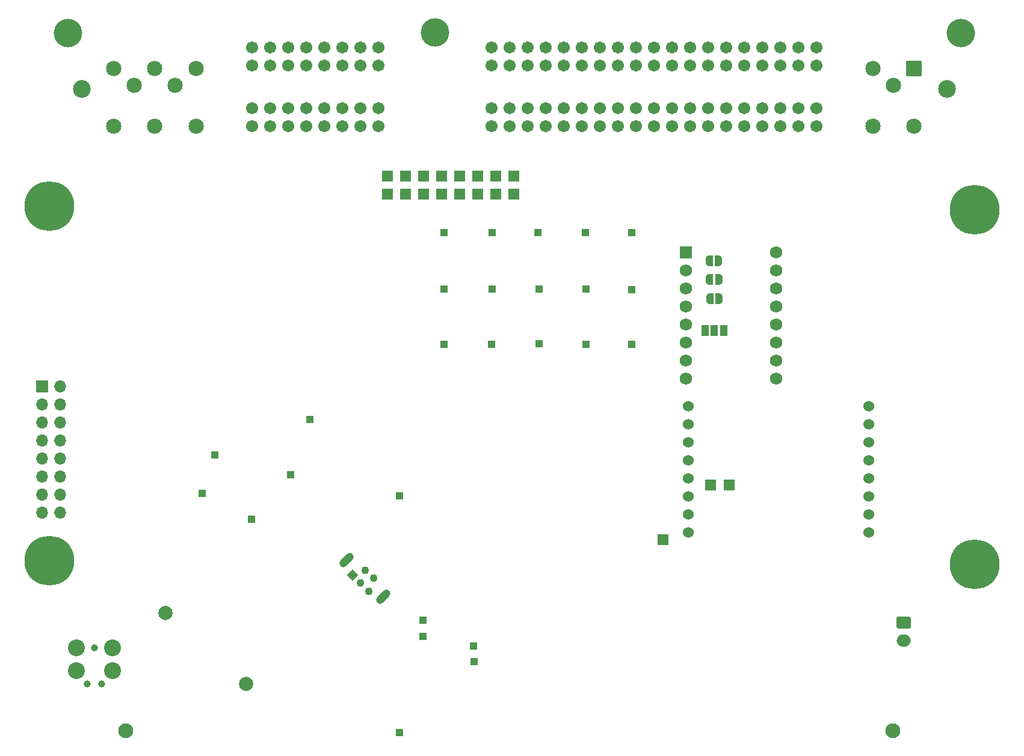
<source format=gbr>
%TF.GenerationSoftware,KiCad,Pcbnew,7.99.0-1.20231110gitd41f4ec.fc38*%
%TF.CreationDate,2023-11-11T23:50:43-03:00*%
%TF.ProjectId,OpenEFI_rev4,4f70656e-4546-4495-9f72-6576342e6b69,v4*%
%TF.SameCoordinates,Original*%
%TF.FileFunction,Soldermask,Bot*%
%TF.FilePolarity,Negative*%
%FSLAX46Y46*%
G04 Gerber Fmt 4.6, Leading zero omitted, Abs format (unit mm)*
G04 Created by KiCad (PCBNEW 7.99.0-1.20231110gitd41f4ec.fc38) date 2023-11-11 23:50:43*
%MOMM*%
%LPD*%
G01*
G04 APERTURE LIST*
G04 Aperture macros list*
%AMRoundRect*
0 Rectangle with rounded corners*
0 $1 Rounding radius*
0 $2 $3 $4 $5 $6 $7 $8 $9 X,Y pos of 4 corners*
0 Add a 4 corners polygon primitive as box body*
4,1,4,$2,$3,$4,$5,$6,$7,$8,$9,$2,$3,0*
0 Add four circle primitives for the rounded corners*
1,1,$1+$1,$2,$3*
1,1,$1+$1,$4,$5*
1,1,$1+$1,$6,$7*
1,1,$1+$1,$8,$9*
0 Add four rect primitives between the rounded corners*
20,1,$1+$1,$2,$3,$4,$5,0*
20,1,$1+$1,$4,$5,$6,$7,0*
20,1,$1+$1,$6,$7,$8,$9,0*
20,1,$1+$1,$8,$9,$2,$3,0*%
%AMHorizOval*
0 Thick line with rounded ends*
0 $1 width*
0 $2 $3 position (X,Y) of the first rounded end (center of the circle)*
0 $4 $5 position (X,Y) of the second rounded end (center of the circle)*
0 Add line between two ends*
20,1,$1,$2,$3,$4,$5,0*
0 Add two circle primitives to create the rounded ends*
1,1,$1,$2,$3*
1,1,$1,$4,$5*%
%AMRotRect*
0 Rectangle, with rotation*
0 The origin of the aperture is its center*
0 $1 length*
0 $2 width*
0 $3 Rotation angle, in degrees counterclockwise*
0 Add horizontal line*
21,1,$1,$2,0,0,$3*%
%AMFreePoly0*
4,1,19,0.500000,-0.750000,0.000000,-0.750000,0.000000,-0.744911,-0.071157,-0.744911,-0.207708,-0.704816,-0.327430,-0.627875,-0.420627,-0.520320,-0.479746,-0.390866,-0.500000,-0.250000,-0.500000,0.250000,-0.479746,0.390866,-0.420627,0.520320,-0.327430,0.627875,-0.207708,0.704816,-0.071157,0.744911,0.000000,0.744911,0.000000,0.750000,0.500000,0.750000,0.500000,-0.750000,0.500000,-0.750000,
$1*%
%AMFreePoly1*
4,1,19,0.000000,0.744911,0.071157,0.744911,0.207708,0.704816,0.327430,0.627875,0.420627,0.520320,0.479746,0.390866,0.500000,0.250000,0.500000,-0.250000,0.479746,-0.390866,0.420627,-0.520320,0.327430,-0.627875,0.207708,-0.704816,0.071157,-0.744911,0.000000,-0.744911,0.000000,-0.750000,-0.500000,-0.750000,-0.500000,0.750000,0.000000,0.750000,0.000000,0.744911,0.000000,0.744911,
$1*%
G04 Aperture macros list end*
%ADD10R,1.700000X1.700000*%
%ADD11O,1.700000X1.700000*%
%ADD12C,0.800000*%
%ADD13C,7.000000*%
%ADD14R,1.500000X1.500000*%
%ADD15R,1.000000X1.000000*%
%ADD16C,2.100000*%
%ADD17C,4.000000*%
%ADD18C,2.500000*%
%ADD19RoundRect,0.102000X0.975000X0.975000X-0.975000X0.975000X-0.975000X-0.975000X0.975000X-0.975000X0*%
%ADD20C,2.154000*%
%ADD21C,1.712000*%
%ADD22RotRect,1.100000X1.100000X315.000000*%
%ADD23C,1.100000*%
%ADD24HorizOval,1.100000X-0.459619X-0.459619X0.459619X0.459619X0*%
%ADD25RoundRect,0.250000X-0.750000X0.600000X-0.750000X-0.600000X0.750000X-0.600000X0.750000X0.600000X0*%
%ADD26O,2.000000X1.700000*%
%ADD27C,1.524000*%
%ADD28RoundRect,0.102000X-0.765000X-0.765000X0.765000X-0.765000X0.765000X0.765000X-0.765000X0.765000X0*%
%ADD29C,1.734000*%
%ADD30C,2.374900*%
%ADD31C,0.990600*%
%ADD32FreePoly0,180.000000*%
%ADD33FreePoly1,180.000000*%
%ADD34C,2.000000*%
%ADD35R,1.000000X1.500000*%
G04 APERTURE END LIST*
D10*
%TO.C,J4*%
X16499050Y64679800D03*
D11*
X19039050Y64679800D03*
X16499050Y62139800D03*
X19039050Y62139800D03*
X16499050Y59599800D03*
X19039050Y59599800D03*
X16499050Y57059800D03*
X19039050Y57059800D03*
X16499050Y54519800D03*
X19039050Y54519800D03*
X16499050Y51979800D03*
X19039050Y51979800D03*
X16499050Y49439800D03*
X19039050Y49439800D03*
X16499050Y46899800D03*
X19039050Y46899800D03*
%TD*%
D12*
%TO.C,H3*%
X145132650Y39564800D03*
X145901495Y41420955D03*
X145901495Y37708645D03*
X147757650Y42189800D03*
D13*
X147757650Y39564800D03*
D12*
X147757650Y36939800D03*
X149613805Y41420955D03*
X149613805Y37708645D03*
X150382650Y39564800D03*
%TD*%
D14*
%TO.C,TP33*%
X80308850Y94311200D03*
%TD*%
%TO.C,TP27*%
X72688850Y94311200D03*
%TD*%
%TO.C,TP69*%
X70146950Y91768800D03*
%TD*%
%TO.C,TP73*%
X80306950Y91768800D03*
%TD*%
D15*
%TO.C,TP20*%
X86419350Y70626200D03*
%TD*%
D14*
%TO.C,TP24*%
X67608850Y94311200D03*
%TD*%
D16*
%TO.C,H5*%
X28257650Y16164800D03*
%TD*%
D15*
%TO.C,TP18*%
X79815350Y78322400D03*
%TD*%
D17*
%TO.C,J6*%
X145801750Y114398400D03*
D18*
X143851750Y106598400D03*
D17*
X71751750Y114548400D03*
D18*
X22051750Y106598400D03*
D17*
X20101750Y114398400D03*
D19*
X139201750Y109398400D03*
D20*
X133401750Y109398400D03*
X136301750Y107068400D03*
X139201750Y101268400D03*
X133401750Y101268400D03*
D21*
X79771750Y101268400D03*
X82311750Y101268400D03*
X84851750Y101268400D03*
X87391750Y101268400D03*
X89931750Y101268400D03*
X92471750Y101268400D03*
X95011750Y101268400D03*
X97551750Y101268400D03*
X100091750Y101268400D03*
X102631750Y101268400D03*
X105171750Y101268400D03*
X107711750Y101268400D03*
X110251750Y101268400D03*
X112791750Y101268400D03*
X115331750Y101268400D03*
X117871750Y101268400D03*
X120411750Y101268400D03*
X122951750Y101268400D03*
X125491750Y101268400D03*
X79771750Y103808400D03*
X82311750Y103808400D03*
X84851750Y103808400D03*
X87391750Y103808400D03*
X89931750Y103808400D03*
X92471750Y103808400D03*
X95011750Y103808400D03*
X97551750Y103808400D03*
X100091750Y103808400D03*
X102631750Y103808400D03*
X105171750Y103808400D03*
X107711750Y103808400D03*
X110251750Y103808400D03*
X112791750Y103808400D03*
X115331750Y103808400D03*
X117871750Y103808400D03*
X120411750Y103808400D03*
X122951750Y103808400D03*
X125491750Y103808400D03*
X79771750Y109858400D03*
X82311750Y109858400D03*
X84851750Y109858400D03*
X87391750Y109858400D03*
X89931750Y109858400D03*
X92471750Y109858400D03*
X95011750Y109858400D03*
X97551750Y109858400D03*
X100091750Y109858400D03*
X102631750Y109858400D03*
X105171750Y109858400D03*
X107711750Y109858400D03*
X110251750Y109858400D03*
X112791750Y109858400D03*
X115331750Y109858400D03*
X117871750Y109858400D03*
X120411750Y109858400D03*
X122951750Y109858400D03*
X125491750Y109858400D03*
X79771750Y112398400D03*
X82311750Y112398400D03*
X84851750Y112398400D03*
X87391750Y112398400D03*
X89931750Y112398400D03*
X92471750Y112398400D03*
X95011750Y112398400D03*
X97551750Y112398400D03*
X100091750Y112398400D03*
X102631750Y112398400D03*
X105171750Y112398400D03*
X107711750Y112398400D03*
X110251750Y112398400D03*
X112791750Y112398400D03*
X115331750Y112398400D03*
X117871750Y112398400D03*
X120411750Y112398400D03*
X122951750Y112398400D03*
X125491750Y112398400D03*
X63831750Y112398400D03*
X61291750Y112398400D03*
X58751750Y112398400D03*
X56211750Y112398400D03*
X53671750Y112398400D03*
X51131750Y112398400D03*
X48591750Y112398400D03*
X46051750Y112398400D03*
X63831750Y109858400D03*
X61291750Y109858400D03*
X58751750Y109858400D03*
X56211750Y109858400D03*
X53671750Y109858400D03*
X51131750Y109858400D03*
X48591750Y109858400D03*
X46051750Y109858400D03*
X63831750Y103808400D03*
X61291750Y103808400D03*
X58751750Y103808400D03*
X56211750Y103808400D03*
X53671750Y103808400D03*
X51131750Y103808400D03*
X48591750Y103808400D03*
X46051750Y103808400D03*
X63831750Y101268400D03*
X61291750Y101268400D03*
X58751750Y101268400D03*
X56211750Y101268400D03*
X53671750Y101268400D03*
X51131750Y101268400D03*
X48591750Y101268400D03*
X46051750Y101268400D03*
D20*
X38151750Y109398400D03*
X32351750Y109398400D03*
X26551750Y109398400D03*
X35251750Y107068400D03*
X29451750Y107068400D03*
X38151750Y101268400D03*
X32351750Y101268400D03*
X26551750Y101268400D03*
%TD*%
D22*
%TO.C,J1*%
X60192050Y38075600D03*
D23*
X61995172Y38747351D03*
X61323421Y36944229D03*
X63126543Y37615981D03*
X62454792Y35812858D03*
D24*
X59361200Y40143887D03*
X64523079Y34982008D03*
%TD*%
D14*
%TO.C,TP70*%
X72686950Y91768800D03*
%TD*%
D15*
%TO.C,TP21*%
X86419350Y78322400D03*
%TD*%
D14*
%TO.C,TP71*%
X75226950Y91768800D03*
%TD*%
%TO.C,TP68*%
X67606950Y91768800D03*
%TD*%
D15*
%TO.C,TP38*%
X99500350Y70575400D03*
%TD*%
%TO.C,TP13*%
X92921750Y86323400D03*
%TD*%
%TO.C,TP17*%
X73058950Y78347800D03*
%TD*%
D14*
%TO.C,TP36*%
X110585650Y50775600D03*
%TD*%
%TO.C,TP34*%
X82848850Y94311200D03*
%TD*%
D15*
%TO.C,TP12*%
X86292350Y86323400D03*
%TD*%
D25*
%TO.C,BT1*%
X137758850Y31350000D03*
D26*
X137758850Y28850000D03*
%TD*%
D15*
%TO.C,TP11*%
X79815350Y86323400D03*
%TD*%
D12*
%TO.C,H1*%
X14882650Y40064800D03*
X15651495Y41920955D03*
X15651495Y38208645D03*
X17507650Y42689800D03*
D13*
X17507650Y40064800D03*
D12*
X17507650Y37439800D03*
X19363805Y41920955D03*
X19363805Y38208645D03*
X20132650Y40064800D03*
%TD*%
D14*
%TO.C,TP26*%
X70148850Y94311200D03*
%TD*%
D12*
%TO.C,H2*%
X145132650Y89564800D03*
X145901495Y91420955D03*
X145901495Y87708645D03*
X147757650Y92189800D03*
D13*
X147757650Y89564800D03*
D12*
X147757650Y86939800D03*
X149613805Y91420955D03*
X149613805Y87708645D03*
X150382650Y89564800D03*
%TD*%
D15*
%TO.C,TP19*%
X93023350Y78322400D03*
%TD*%
D27*
%TO.C,U19*%
X107436050Y61850000D03*
X107436050Y59310000D03*
X107436050Y56770000D03*
X107436050Y54230000D03*
X107436050Y51690000D03*
X107436050Y49150000D03*
X107436050Y46610000D03*
X107436050Y44070000D03*
X132836050Y61850000D03*
X132836050Y59310000D03*
X132836050Y56770000D03*
X132836050Y54230000D03*
X132836050Y51690000D03*
X132836050Y49150000D03*
X132836050Y46610000D03*
X132836050Y44070000D03*
%TD*%
D14*
%TO.C,TP22*%
X65068850Y94311200D03*
%TD*%
%TO.C,TP35*%
X103854650Y43079400D03*
%TD*%
D12*
%TO.C,H4*%
X14882650Y90064800D03*
X15651495Y91920955D03*
X15651495Y88208645D03*
X17507650Y92689800D03*
D13*
X17507650Y90064800D03*
D12*
X17507650Y87439800D03*
X19363805Y91920955D03*
X19363805Y88208645D03*
X20132650Y90064800D03*
%TD*%
D14*
%TO.C,TP32*%
X77768851Y94311200D03*
%TD*%
D15*
%TO.C,TP14*%
X79764550Y70575400D03*
%TD*%
%TO.C,TP23*%
X73084350Y70575400D03*
%TD*%
%TO.C,TP25*%
X93023350Y70575400D03*
%TD*%
D14*
%TO.C,TP74*%
X82846950Y91768800D03*
%TD*%
%TO.C,TP67*%
X65066950Y91768800D03*
%TD*%
%TO.C,TP72*%
X77766950Y91768800D03*
%TD*%
%TO.C,TP31*%
X75228849Y94311199D03*
%TD*%
D28*
%TO.C,U23*%
X107080450Y83490800D03*
D29*
X107080450Y80950800D03*
X107080450Y78410800D03*
X107080450Y75870800D03*
X107080450Y73330800D03*
X107080450Y70790800D03*
X107080450Y68250800D03*
X107080450Y65710800D03*
X119780450Y65710800D03*
X119780450Y68250800D03*
X119780450Y70790800D03*
X119780450Y73330800D03*
X119780450Y75870800D03*
X119780450Y78410800D03*
X119780450Y80950800D03*
X119780450Y83490800D03*
%TD*%
D15*
%TO.C,TP10*%
X73029750Y86323400D03*
%TD*%
D30*
%TO.C,J2*%
X26410050Y27788600D03*
D31*
X23870050Y27788600D03*
D30*
X21330050Y27788600D03*
X26410050Y24613600D03*
X21330050Y24613600D03*
D31*
X24886050Y22708600D03*
X22854050Y22708600D03*
%TD*%
D14*
%TO.C,TP37*%
X113227250Y50724800D03*
%TD*%
D15*
%TO.C,TP16*%
X99500350Y86323400D03*
%TD*%
%TO.C,TP15*%
X99485850Y78258400D03*
%TD*%
D16*
%TO.C,H6*%
X136257650Y16164800D03*
%TD*%
D15*
%TO.C,TP5*%
X39059250Y49556400D03*
%TD*%
%TO.C,TP9*%
X70098050Y31674800D03*
%TD*%
D32*
%TO.C,JP1*%
X111718250Y79680800D03*
D33*
X110418250Y79680800D03*
%TD*%
D15*
%TO.C,TP7*%
X66770650Y49226200D03*
%TD*%
%TO.C,TP30*%
X70072650Y29465000D03*
%TD*%
D34*
%TO.C,TP1*%
X33877650Y32690800D03*
%TD*%
D15*
%TO.C,TP39*%
X66796050Y15876000D03*
%TD*%
D35*
%TO.C,JP5*%
X112393650Y72492600D03*
X111093650Y72492600D03*
X109793650Y72492600D03*
%TD*%
D15*
%TO.C,TP8*%
X45968050Y45898800D03*
%TD*%
D34*
%TO.C,TP2*%
X45231450Y22734000D03*
%TD*%
D15*
%TO.C,TP29*%
X77286250Y25909000D03*
%TD*%
%TO.C,TP28*%
X77235450Y28042600D03*
%TD*%
%TO.C,TP6*%
X51479850Y52198000D03*
%TD*%
%TO.C,TP3*%
X54146850Y59995800D03*
%TD*%
D32*
%TO.C,JP3*%
X111743650Y77037600D03*
D33*
X110443650Y77037600D03*
%TD*%
D15*
%TO.C,TP4*%
X40837250Y54992000D03*
%TD*%
D32*
%TO.C,JP2*%
X111667450Y82322400D03*
D33*
X110367450Y82322400D03*
%TD*%
M02*

</source>
